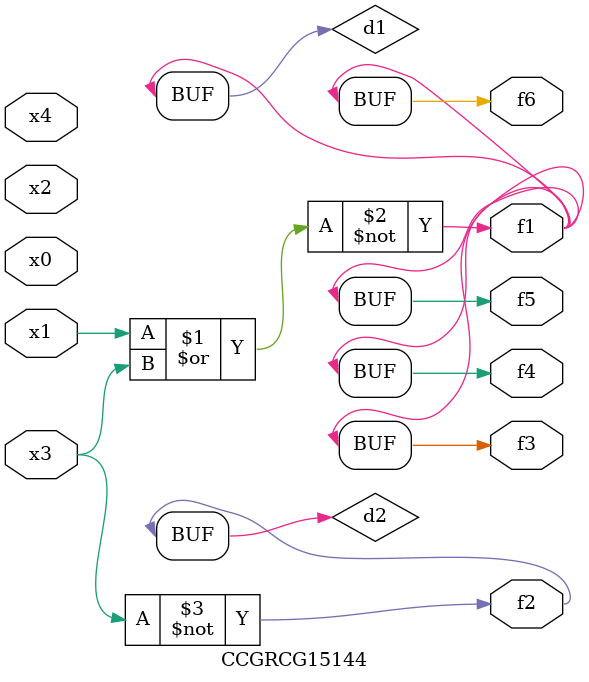
<source format=v>
module CCGRCG15144(
	input x0, x1, x2, x3, x4,
	output f1, f2, f3, f4, f5, f6
);

	wire d1, d2;

	nor (d1, x1, x3);
	not (d2, x3);
	assign f1 = d1;
	assign f2 = d2;
	assign f3 = d1;
	assign f4 = d1;
	assign f5 = d1;
	assign f6 = d1;
endmodule

</source>
